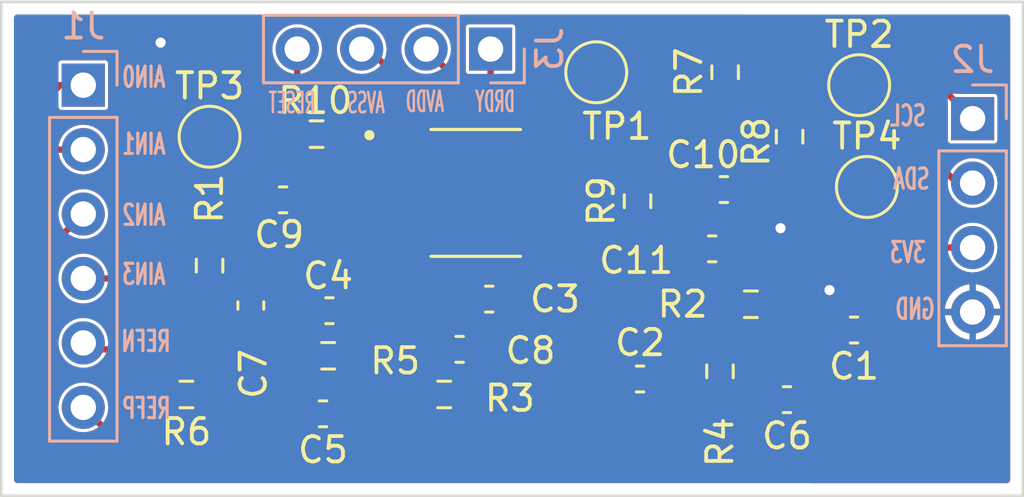
<source format=kicad_pcb>
(kicad_pcb (version 20221018) (generator pcbnew)
  (layers (0 "F.Cu" signal) (31 "B.Cu" signal) (34 "B.Paste" user) (35 "F.Paste" user) (36 "B.SilkS" user "B.Silkscreen") (37 "F.SilkS" user "F.Silkscreen") (38 "B.Mask" user) (39 "F.Mask" user) (44 "Edge.Cuts" user))
  (net 0 "")
  (net 1 "+3V3")
  (net 2 "GND")
  (net 3 "Net-(U1-AIN0)")
  (net 4 "Net-(U1-AIN1)")
  (net 5 "Net-(U1-AIN2)")
  (net 6 "Net-(U1-REFP)")
  (net 7 "Net-(U1-REFN)")
  (net 8 "Net-(U1-AIN3)")
  (net 9 "Reset")
  (net 10 "Net-(J3-Pin_1)")
  (net 11 "Net-(J1-Pin_1)")
  (net 12 "Net-(J1-Pin_2)")
  (net 13 "Net-(J1-Pin_6)")
  (net 14 "Net-(J1-Pin_5)")
  (net 15 "Net-(J1-Pin_4)")
  (net 16 "Net-(J1-Pin_3)")
  (net 17 "Net-(J2-Pin_2)")
  (net 18 "Net-(J2-Pin_1)")
  (net 19 "Net-(J3-Pin_4)")
  (net 20 "Net-(J3-Pin_3)")
  (net 21 "Net-(J3-Pin_2)")
  (footprint "Resistor_SMD:R_0603_1608Metric_Pad0.98x0.95mm_HandSolder" (layer "F.Cu") (at 203.2 96.52 90)
    (fp_text reference "R7" (at 0 -1.43 90) (layer "F.SilkS"))
    (fp_text value "R" hide)
    (fp_line (start -0.254724 -0.5225) (end 0.254724 -0.5225) (stroke (width 0.12)) (layer "F.SilkS"))
    (fp_line (start -0.254724 0.5225) (end 0.254724 0.5225) (stroke (width 0.12)) (layer "F.SilkS"))
    (pad "1" smd roundrect (at -0.9125 0 90) (size 0.975 0.95) (layers "F.Cu" "F.Paste" "F.Mask") (net 1 "+3V3"))
    (pad "2" smd roundrect (at 0.9125 0 90) (size 0.975 0.95) (layers "F.Cu" "F.Paste" "F.Mask") (net 18 "Net-(J2-Pin_1)"))
  )
  (footprint "TestPoint:TestPoint_Pad_D2.0mm" (layer "F.Cu") (at 182.88 99.06)
    (fp_text reference "TP3" (at 0 -1.998) (layer "F.SilkS"))
    (fp_text value "TestPoint" hide)
    (fp_circle (center 0 0) (end 0 1.2) (stroke (width 0.12)) (fill none) (layer "F.SilkS"))
    (pad "1" smd circle (at 0 0) (size 2 2) (layers "F.Cu" "F.Mask") (net 2 "GND"))
  )
  (footprint "Resistor_SMD:R_0603_1608Metric_Pad0.98x0.95mm_HandSolder" (layer "F.Cu") (at 202.9968 108.3056 90)
    (fp_text reference "R4" (at -2.794 0 90) (layer "F.SilkS"))
    (fp_text value "R" hide)
    (fp_line (start -0.254724 -0.5225) (end 0.254724 -0.5225) (stroke (width 0.12)) (layer "F.SilkS"))
    (fp_line (start -0.254724 0.5225) (end 0.254724 0.5225) (stroke (width 0.12)) (layer "F.SilkS"))
    (pad "1" smd roundrect (at -0.9125 0 90) (size 0.975 0.95) (layers "F.Cu" "F.Paste" "F.Mask") (net 12 "Net-(J1-Pin_2)"))
    (pad "2" smd roundrect (at 0.9125 0 90) (size 0.975 0.95) (layers "F.Cu" "F.Paste" "F.Mask") (net 4 "Net-(U1-AIN1)"))
  )
  (footprint "TestPoint:TestPoint_Pad_D2.0mm" (layer "F.Cu") (at 208.788 101.0412)
    (fp_text reference "TP4" (at 0 -1.998) (layer "F.SilkS"))
    (fp_text value "TestPoint" hide)
    (fp_circle (center 0 0) (end 0 1.2) (stroke (width 0.12)) (fill none) (layer "F.SilkS"))
    (pad "1" smd circle (at 0 0) (size 2 2) (layers "F.Cu" "F.Mask") (net 1 "+3V3"))
  )
  (footprint "Capacitor_SMD:C_0603_1608Metric_Pad1.08x0.95mm_HandSolder" (layer "F.Cu") (at 192.7363 107.442)
    (fp_text reference "C8" (at 2.7929 0.0508) (layer "F.SilkS"))
    (fp_text value "0.1uF" hide)
    (fp_line (start -0.146267 -0.51) (end 0.146267 -0.51) (stroke (width 0.12)) (layer "F.SilkS"))
    (fp_line (start -0.146267 0.51) (end 0.146267 0.51) (stroke (width 0.12)) (layer "F.SilkS"))
    (pad "1" smd roundrect (at -0.8625 0) (size 1.075 0.95) (layers "F.Cu" "F.Paste" "F.Mask") (net 7 "Net-(U1-REFN)"))
    (pad "2" smd roundrect (at 0.8625 0) (size 1.075 0.95) (layers "F.Cu" "F.Paste" "F.Mask") (net 6 "Net-(U1-REFP)"))
  )
  (footprint "Capacitor_SMD:C_0603_1608Metric_Pad1.08x0.95mm_HandSolder" (layer "F.Cu") (at 185.7767 101.5492)
    (fp_text reference "C9" (at -0.1535 1.3716) (layer "F.SilkS"))
    (fp_text value "0.1uF" hide)
    (fp_line (start -0.146267 -0.51) (end 0.146267 -0.51) (stroke (width 0.12)) (layer "F.SilkS"))
    (fp_line (start -0.146267 0.51) (end 0.146267 0.51) (stroke (width 0.12)) (layer "F.SilkS"))
    (pad "1" smd roundrect (at -0.8625 0) (size 1.075 0.95) (layers "F.Cu" "F.Paste" "F.Mask") (net 2 "GND"))
    (pad "2" smd roundrect (at 0.8625 0) (size 1.075 0.95) (layers "F.Cu" "F.Paste" "F.Mask") (net 8 "Net-(U1-AIN3)"))
  )
  (footprint "Resistor_SMD:R_0603_1608Metric_Pad0.98x0.95mm_HandSolder" (layer "F.Cu") (at 187.0964 98.9584 180)
    (fp_text reference "R10" (at 0.0508 1.3208) (layer "F.SilkS"))
    (fp_text value "R" hide)
    (fp_line (start -0.254724 -0.5225) (end 0.254724 -0.5225) (stroke (width 0.12)) (layer "F.SilkS"))
    (fp_line (start -0.254724 0.5225) (end 0.254724 0.5225) (stroke (width 0.12)) (layer "F.SilkS"))
    (pad "1" smd roundrect (at -0.9125 0 180) (size 0.975 0.95) (layers "F.Cu" "F.Paste" "F.Mask") (net 9 "Reset"))
    (pad "2" smd roundrect (at 0.9125 0 180) (size 0.975 0.95) (layers "F.Cu" "F.Paste" "F.Mask") (net 19 "Net-(J3-Pin_4)"))
  )
  (footprint "Capacitor_SMD:C_0603_1608Metric_Pad1.08x0.95mm_HandSolder" (layer "F.Cu") (at 208.28 106.68 180)
    (fp_text reference "C1" (at 0 -1.43 180) (layer "F.SilkS"))
    (fp_text value "0.1uF" hide)
    (fp_line (start -0.146267 -0.51) (end 0.146267 -0.51) (stroke (width 0.12)) (layer "F.SilkS"))
    (fp_line (start -0.146267 0.51) (end 0.146267 0.51) (stroke (width 0.12)) (layer "F.SilkS"))
    (pad "1" smd roundrect (at -0.8625 0 180) (size 1.075 0.95) (layers "F.Cu" "F.Paste" "F.Mask") (net 2 "GND"))
    (pad "2" smd roundrect (at 0.8625 0 180) (size 1.075 0.95) (layers "F.Cu" "F.Paste" "F.Mask") (net 3 "Net-(U1-AIN0)"))
  )
  (footprint "Resistor_SMD:R_0603_1608Metric_Pad0.98x0.95mm_HandSolder" (layer "F.Cu") (at 204.216 105.664 180)
    (fp_text reference "R2" (at 2.6924 0) (layer "F.SilkS"))
    (fp_text value "R" hide)
    (fp_line (start -0.254724 -0.5225) (end 0.254724 -0.5225) (stroke (width 0.12)) (layer "F.SilkS"))
    (fp_line (start -0.254724 0.5225) (end 0.254724 0.5225) (stroke (width 0.12)) (layer "F.SilkS"))
    (pad "1" smd roundrect (at -0.9125 0 180) (size 0.975 0.95) (layers "F.Cu" "F.Paste" "F.Mask") (net 11 "Net-(J1-Pin_1)"))
    (pad "2" smd roundrect (at 0.9125 0 180) (size 0.975 0.95) (layers "F.Cu" "F.Paste" "F.Mask") (net 3 "Net-(U1-AIN0)"))
  )
  (footprint "ADS122C04IPW:SOP65P640X120-16N" (layer "F.Cu") (at 193.37 101.275)
    (fp_text reference "U1" hide)
    (fp_text value "ADS122C04IPW" hide)
    (fp_line (start -1.765 -2.5) (end 1.765 -2.5) (stroke (width 0.127)) (layer "F.SilkS"))
    (fp_line (start 1.765 2.5) (end -1.765 2.5) (stroke (width 0.127)) (layer "F.SilkS"))
    (fp_circle (center -4.19 -2.275) (end -4.09 -2.275) (stroke (width 0.2)) (fill none) (layer "F.SilkS"))
    (pad "1" smd roundrect (at -2.87 -2.275) (size 1.57 0.41) (layers "F.Cu" "F.Paste" "F.Mask") (roundrect_rratio 0.05) (net 2 "GND"))
    (pad "2" smd roundrect (at -2.87 -1.625) (size 1.57 0.41) (layers "F.Cu" "F.Paste" "F.Mask") (roundrect_rratio 0.05) (net 2 "GND"))
    (pad "3" smd roundrect (at -2.87 -0.975) (size 1.57 0.41) (layers "F.Cu" "F.Paste" "F.Mask") (roundrect_rratio 0.05) (net 9 "Reset"))
    (pad "4" smd roundrect (at -2.87 -0.325) (size 1.57 0.41) (layers "F.Cu" "F.Paste" "F.Mask") (roundrect_rratio 0.05) (net 2 "GND"))
    (pad "5" smd roundrect (at -2.87 0.325) (size 1.57 0.41) (layers "F.Cu" "F.Paste" "F.Mask") (roundrect_rratio 0.05) (net 20 "Net-(J3-Pin_3)"))
    (pad "6" smd roundrect (at -2.87 0.975) (size 1.57 0.41) (layers "F.Cu" "F.Paste" "F.Mask") (roundrect_rratio 0.05) (net 8 "Net-(U1-AIN3)"))
    (pad "7" smd roundrect (at -2.87 1.625) (size 1.57 0.41) (layers "F.Cu" "F.Paste" "F.Mask") (roundrect_rratio 0.05) (net 5 "Net-(U1-AIN2)"))
    (pad "8" smd roundrect (at -2.87 2.275) (size 1.57 0.41) (layers "F.Cu" "F.Paste" "F.Mask") (roundrect_rratio 0.05) (net 7 "Net-(U1-REFN)"))
    (pad "9" smd roundrect (at 2.87 2.275) (size 1.57 0.41) (layers "F.Cu" "F.Paste" "F.Mask") (roundrect_rratio 0.05) (net 6 "Net-(U1-REFP)"))
    (pad "10" smd roundrect (at 2.87 1.625) (size 1.57 0.41) (layers "F.Cu" "F.Paste" "F.Mask") (roundrect_rratio 0.05) (net 4 "Net-(U1-AIN1)"))
    (pad "11" smd roundrect (at 2.87 0.975) (size 1.57 0.41) (layers "F.Cu" "F.Paste" "F.Mask") (roundrect_rratio 0.05) (net 3 "Net-(U1-AIN0)"))
    (pad "12" smd roundrect (at 2.87 0.325) (size 1.57 0.41) (layers "F.Cu" "F.Paste" "F.Mask") (roundrect_rratio 0.05) (net 21 "Net-(J3-Pin_2)"))
    (pad "13" smd roundrect (at 2.87 -0.325) (size 1.57 0.41) (layers "F.Cu" "F.Paste" "F.Mask") (roundrect_rratio 0.05) (net 1 "+3V3"))
    (pad "14" smd roundrect (at 2.87 -0.975) (size 1.57 0.41) (layers "F.Cu" "F.Paste" "F.Mask") (roundrect_rratio 0.05) (net 10 "Net-(J3-Pin_1)"))
    (pad "15" smd roundrect (at 2.87 -1.625) (size 1.57 0.41) (layers "F.Cu" "F.Paste" "F.Mask") (roundrect_rratio 0.05) (net 17 "Net-(J2-Pin_2)"))
    (pad "16" smd roundrect (at 2.87 -2.275) (size 1.57 0.41) (layers "F.Cu" "F.Paste" "F.Mask") (roundrect_rratio 0.05) (net 18 "Net-(J2-Pin_1)"))
  )
  (footprint "Capacitor_SMD:C_0603_1608Metric_Pad1.08x0.95mm_HandSolder" (layer "F.Cu") (at 199.8472 108.6104)
    (fp_text reference "C2" (at 0 -1.43) (layer "F.SilkS"))
    (fp_text value "0.1uF" hide)
    (fp_line (start -0.146267 -0.51) (end 0.146267 -0.51) (stroke (width 0.12)) (layer "F.SilkS"))
    (fp_line (start -0.146267 0.51) (end 0.146267 0.51) (stroke (width 0.12)) (layer "F.SilkS"))
    (pad "1" smd roundrect (at -0.8625 0) (size 1.075 0.95) (layers "F.Cu" "F.Paste" "F.Mask") (net 2 "GND"))
    (pad "2" smd roundrect (at 0.8625 0) (size 1.075 0.95) (layers "F.Cu" "F.Paste" "F.Mask") (net 4 "Net-(U1-AIN1)"))
  )
  (footprint "Resistor_SMD:R_0603_1608Metric_Pad0.98x0.95mm_HandSolder" (layer "F.Cu") (at 192.1275 109.22)
    (fp_text reference "R3" (at 2.5889 0.1524) (layer "F.SilkS"))
    (fp_text value "R" hide)
    (fp_line (start -0.254724 -0.5225) (end 0.254724 -0.5225) (stroke (width 0.12)) (layer "F.SilkS"))
    (fp_line (start -0.254724 0.5225) (end 0.254724 0.5225) (stroke (width 0.12)) (layer "F.SilkS"))
    (pad "1" smd roundrect (at -0.9125 0) (size 0.975 0.95) (layers "F.Cu" "F.Paste" "F.Mask") (net 13 "Net-(J1-Pin_6)"))
    (pad "2" smd roundrect (at 0.9125 0) (size 0.975 0.95) (layers "F.Cu" "F.Paste" "F.Mask") (net 6 "Net-(U1-REFP)"))
  )
  (footprint "Capacitor_SMD:C_0603_1608Metric_Pad1.08x0.95mm_HandSolder" (layer "F.Cu") (at 184.5056 105.7137 90)
    (fp_text reference "C7" (at -2.6935 0.1016 90) (layer "F.SilkS"))
    (fp_text value "0.1uF" hide)
    (fp_line (start -0.146267 -0.51) (end 0.146267 -0.51) (stroke (width 0.12)) (layer "F.SilkS"))
    (fp_line (start -0.146267 0.51) (end 0.146267 0.51) (stroke (width 0.12)) (layer "F.SilkS"))
    (pad "1" smd roundrect (at -0.8625 0 90) (size 1.075 0.95) (layers "F.Cu" "F.Paste" "F.Mask") (net 5 "Net-(U1-AIN2)"))
    (pad "2" smd roundrect (at 0.8625 0 90) (size 1.075 0.95) (layers "F.Cu" "F.Paste" "F.Mask") (net 8 "Net-(U1-AIN3)"))
  )
  (footprint "Capacitor_SMD:C_0603_1608Metric_Pad1.08x0.95mm_HandSolder" (layer "F.Cu") (at 187.6044 105.918 180)
    (fp_text reference "C4" (at 0.0508 1.3716) (layer "F.SilkS"))
    (fp_text value "0.1uF" hide)
    (fp_line (start -0.146267 -0.51) (end 0.146267 -0.51) (stroke (width 0.12)) (layer "F.SilkS"))
    (fp_line (start -0.146267 0.51) (end 0.146267 0.51) (stroke (width 0.12)) (layer "F.SilkS"))
    (pad "1" smd roundrect (at -0.8625 0 180) (size 1.075 0.95) (layers "F.Cu" "F.Paste" "F.Mask") (net 5 "Net-(U1-AIN2)"))
    (pad "2" smd roundrect (at 0.8625 0 180) (size 1.075 0.95) (layers "F.Cu" "F.Paste" "F.Mask") (net 2 "GND"))
  )
  (footprint "TestPoint:TestPoint_Pad_D2.0mm" (layer "F.Cu") (at 198.12 96.52)
    (fp_text reference "TP1" (at 0.8128 2.1336) (layer "F.SilkS"))
    (fp_text value "TestPoint" hide)
    (fp_circle (center 0 0) (end 0 1.2) (stroke (width 0.12)) (fill none) (layer "F.SilkS"))
    (pad "1" smd circle (at 0 0) (size 2 2) (layers "F.Cu" "F.Mask") (net 18 "Net-(J2-Pin_1)"))
  )
  (footprint "Resistor_SMD:R_0603_1608Metric_Pad0.98x0.95mm_HandSolder" (layer "F.Cu") (at 205.74 99.06 -90)
    (fp_text reference "R8" (at 0.2032 1.3208 90) (layer "F.SilkS"))
    (fp_text value "R" hide)
    (fp_line (start -0.254724 -0.5225) (end 0.254724 -0.5225) (stroke (width 0.12)) (layer "F.SilkS"))
    (fp_line (start -0.254724 0.5225) (end 0.254724 0.5225) (stroke (width 0.12)) (layer "F.SilkS"))
    (pad "1" smd roundrect (at -0.9125 0 270) (size 0.975 0.95) (layers "F.Cu" "F.Paste" "F.Mask") (net 17 "Net-(J2-Pin_2)"))
    (pad "2" smd roundrect (at 0.9125 0 270) (size 0.975 0.95) (layers "F.Cu" "F.Paste" "F.Mask") (net 1 "+3V3"))
  )
  (footprint "Resistor_SMD:R_0603_1608Metric_Pad0.98x0.95mm_HandSolder" (layer "F.Cu") (at 187.5536 107.696)
    (fp_text reference "R5" (at 2.6416 0.2032) (layer "F.SilkS"))
    (fp_text value "R" hide)
    (fp_line (start -0.254724 -0.5225) (end 0.254724 -0.5225) (stroke (width 0.12)) (layer "F.SilkS"))
    (fp_line (start -0.254724 0.5225) (end 0.254724 0.5225) (stroke (width 0.12)) (layer "F.SilkS"))
    (pad "1" smd roundrect (at -0.9125 0) (size 0.975 0.95) (layers "F.Cu" "F.Paste" "F.Mask") (net 14 "Net-(J1-Pin_5)"))
    (pad "2" smd roundrect (at 0.9125 0) (size 0.975 0.95) (layers "F.Cu" "F.Paste" "F.Mask") (net 7 "Net-(U1-REFN)"))
  )
  (footprint "Resistor_SMD:R_0603_1608Metric_Pad0.98x0.95mm_HandSolder" (layer "F.Cu") (at 181.9675 109.22)
    (fp_text reference "R6" (at -0.0019 1.4732) (layer "F.SilkS"))
    (fp_text value "R" hide)
    (fp_line (start -0.254724 -0.5225) (end 0.254724 -0.5225) (stroke (width 0.12)) (layer "F.SilkS"))
    (fp_line (start -0.254724 0.5225) (end 0.254724 0.5225) (stroke (width 0.12)) (layer "F.SilkS"))
    (pad "1" smd roundrect (at -0.9125 0) (size 0.975 0.95) (layers "F.Cu" "F.Paste" "F.Mask") (net 16 "Net-(J1-Pin_3)"))
    (pad "2" smd roundrect (at 0.9125 0) (size 0.975 0.95) (layers "F.Cu" "F.Paste" "F.Mask") (net 5 "Net-(U1-AIN2)"))
  )
  (footprint "Capacitor_SMD:C_0603_1608Metric_Pad1.08x0.95mm_HandSolder" (layer "F.Cu") (at 203.1492 101.1428)
    (fp_text reference "C10" (at -0.8128 -1.3716) (layer "F.SilkS"))
    (fp_text value "0.1uF" hide)
    (fp_line (start -0.146267 -0.51) (end 0.146267 -0.51) (stroke (width 0.12)) (layer "F.SilkS"))
    (fp_line (start -0.146267 0.51) (end 0.146267 0.51) (stroke (width 0.12)) (layer "F.SilkS"))
    (pad "1" smd roundrect (at -0.8625 0) (size 1.075 0.95) (layers "F.Cu" "F.Paste" "F.Mask") (net 1 "+3V3"))
    (pad "2" smd roundrect (at 0.8625 0) (size 1.075 0.95) (layers "F.Cu" "F.Paste" "F.Mask") (net 2 "GND"))
  )
  (footprint "Resistor_SMD:R_0603_1608Metric_Pad0.98x0.95mm_HandSolder" (layer "F.Cu") (at 199.7475 101.6 90)
    (fp_text reference "R9" (at 0 -1.43 90) (layer "F.SilkS"))
    (fp_text value "R" hide)
    (fp_line (start -0.254724 -0.5225) (end 0.254724 -0.5225) (stroke (width 0.12)) (layer "F.SilkS"))
    (fp_line (start -0.254724 0.5225) (end 0.254724 0.5225) (stroke (width 0.12)) (layer "F.SilkS"))
    (pad "1" smd roundrect (at -0.9125 0 90) (size 0.975 0.95) (layers "F.Cu" "F.Paste" "F.Mask") (net 1 "+3V3"))
    (pad "2" smd roundrect (at 0.9125 0 90) (size 0.975 0.95) (layers "F.Cu" "F.Paste" "F.Mask") (net 10 "Net-(J3-Pin_1)"))
  )
  (footprint "Capacitor_SMD:C_0603_1608Metric_Pad1.08x0.95mm_HandSolder" (layer "F.Cu") (at 193.9036 105.4608)
    (fp_text reference "C3" (at 2.5908 0) (layer "F.SilkS"))
    (fp_text value "0.1uF" hide)
    (fp_line (start -0.146267 -0.51) (end 0.146267 -0.51) (stroke (width 0.12)) (layer "F.SilkS"))
    (fp_line (start -0.146267 0.51) (end 0.146267 0.51) (stroke (width 0.12)) (layer "F.SilkS"))
    (pad "1" smd roundrect (at -0.8625 0) (size 1.075 0.95) (layers "F.Cu" "F.Paste" "F.Mask") (net 6 "Net-(U1-REFP)"))
    (pad "2" smd roundrect (at 0.8625 0) (size 1.075 0.95) (layers "F.Cu" "F.Paste" "F.Mask") (net 2 "GND"))
  )
  (footprint "Resistor_SMD:R_0603_1608Metric_Pad0.98x0.95mm_HandSolder" (layer "F.Cu") (at 182.88 104.14 90)
    (fp_text reference "R1" (at 2.6416 0 90) (layer "F.SilkS"))
    (fp_text value "R" hide)
    (fp_line (start -0.254724 -0.5225) (end 0.254724 -0.5225) (stroke (width 0.12)) (layer "F.SilkS"))
    (fp_line (start -0.254724 0.5225) (end 0.254724 0.5225) (stroke (width 0.12)) (layer "F.SilkS"))
    (pad "1" smd roundrect (at -0.9125 0 90) (size 0.975 0.95) (layers "F.Cu" "F.Paste" "F.Mask") (net 15 "Net-(J1-Pin_4)"))
    (pad "2" smd roundrect (at 0.9125 0 90) (size 0.975 0.95) (layers "F.Cu" "F.Paste" "F.Mask") (net 8 "Net-(U1-AIN3)"))
  )
  (footprint "TestPoint:TestPoint_Pad_D2.0mm" (layer "F.Cu") (at 208.4832 97.028)
    (fp_text reference "TP2" (at 0 -1.998) (layer "F.SilkS"))
    (fp_text value "TestPoint" hide)
    (fp_circle (center 0 0) (end 0 1.2) (stroke (width 0.12)) (fill none) (layer "F.SilkS"))
    (pad "1" smd circle (at 0 0) (size 2 2) (layers "F.Cu" "F.Mask") (net 17 "Net-(J2-Pin_2)"))
  )
  (footprint "Capacitor_SMD:C_0603_1608Metric_Pad1.08x0.95mm_HandSolder" (layer "F.Cu") (at 187.3504 109.982)
    (fp_text reference "C5" (at 0 1.4224) (layer "F.SilkS"))
    (fp_text value "0.1uF" hide)
    (fp_line (start -0.146267 -0.51) (end 0.146267 -0.51) (stroke (width 0.12)) (layer "F.SilkS"))
    (fp_line (start -0.146267 0.51) (end 0.146267 0.51) (stroke (width 0.12)) (layer "F.SilkS"))
    (pad "1" smd roundrect (at -0.8625 0) (size 1.075 0.95) (layers "F.Cu" "F.Paste" "F.Mask") (net 7 "Net-(U1-REFN)"))
    (pad "2" smd roundrect (at 0.8625 0) (size 1.075 0.95) (layers "F.Cu" "F.Paste" "F.Mask") (net 2 "GND"))
  )
  (footprint "Capacitor_SMD:C_0603_1608Metric_Pad1.08x0.95mm_HandSolder" (layer "F.Cu") (at 205.6384 109.4232 180)
    (fp_text reference "C6" (at 0 -1.43) (layer "F.SilkS"))
    (fp_text value "0.1uF" hide)
    (fp_line (start -0.146267 -0.51) (end 0.146267 -0.51) (stroke (width 0.12)) (layer "F.SilkS"))
    (fp_line (start -0.146267 0.51) (end 0.146267 0.51) (stroke (width 0.12)) (layer "F.SilkS"))
    (pad "1" smd roundrect (at -0.8625 0 180) (size 1.075 0.95) (layers "F.Cu" "F.Paste" "F.Mask") (net 3 "Net-(U1-AIN0)"))
    (pad "2" smd roundrect (at 0.8625 0 180) (size 1.075 0.95) (layers "F.Cu" "F.Paste" "F.Mask") (net 4 "Net-(U1-AIN1)"))
  )
  (footprint "Capacitor_SMD:C_0603_1608Metric_Pad1.08x0.95mm_HandSolder" (layer "F.Cu") (at 202.6909 103.4796 180)
    (fp_text reference "C11" (at 2.9961 -0.4572) (layer "F.SilkS"))
    (fp_text value "0.1uF" hide)
    (fp_line (start -0.146267 -0.51) (end 0.146267 -0.51) (stroke (width 0.12)) (layer "F.SilkS"))
    (fp_line (start -0.146267 0.51) (end 0.146267 0.51) (stroke (width 0.12)) (layer "F.SilkS"))
    (pad "1" smd roundrect (at -0.8625 0 180) (size 1.075 0.95) (layers "F.Cu" "F.Paste" "F.Mask") (net 2 "GND"))
    (pad "2" smd roundrect (at 0.8625 0 180) (size 1.075 0.95) (layers "F.Cu" "F.Paste" "F.Mask") (net 21 "Net-(J3-Pin_2)"))
  )
  (footprint "Connector_PinHeader_2.54mm:PinHeader_1x06_P2.54mm_Vertical" (layer "B.Cu") (at 177.9016 97.028 180)
    (fp_text reference "J1" (at 0 2.33) (layer "B.SilkS") (effects (justify mirror)))
    (fp_text value "Conn_01x06_Pin" hide)
    (fp_line (start -1.33 -14.03) (end 1.33 -14.03) (stroke (width 0.12)) (layer "B.SilkS"))
    (fp_line (start -1.33 -1.27) (end -1.33 -14.03) (stroke (width 0.12)) (layer "B.SilkS"))
    (fp_line (start -1.33 -1.27) (end 1.33 -1.27) (stroke (width 0.12)) (layer "B.SilkS"))
    (fp_line (start -1.33 0) (end -1.33 1.33) (stroke (width 0.12)) (layer "B.SilkS"))
    (fp_line (start -1.33 1.33) (end 0 1.33) (stroke (width 0.12)) (layer "B.SilkS"))
    (fp_line (start 1.33 -1.27) (end 1.33 -14.03) (stroke (width 0.12)) (layer "B.SilkS"))
    (pad "1" thru_hole rect (at 0 0 180) (size 1.7 1.7) (drill 1) (layers "*.Cu" "*.Mask") (net 11 "Net-(J1-Pin_1)"))
    (pad "2" thru_hole oval (at 0 -2.54 180) (size 1.7 1.7) (drill 1) (layers "*.Cu" "*.Mask") (net 12 "Net-(J1-Pin_2)"))
    (pad "3" thru_hole oval (at 0 -5.08 180) (size 1.7 1.7) (drill 1) (layers "*.Cu" "*.Mask") (net 16 "Net-(J1-Pin_3)"))
    (pad "4" thru_hole oval (at 0 -7.62 180) (size 1.7 1.7) (drill 1) (layers "*.Cu" "*.Mask") (net 15 "Net-(J1-Pin_4)"))
    (pad "5" thru_hole oval (at 0 -10.16 180) (size 1.7 1.7) (drill 1) (layers "*.Cu" "*.Mask") (net 14 "Net-(J1-Pin_5)"))
    (pad "6" thru_hole oval (at 0 -12.7 180) (size 1.7 1.7) (drill 1) (layers "*.Cu" "*.Mask") (net 13 "Net-(J1-Pin_6)"))
  )
  (footprint "Connector_PinHeader_2.54mm:PinHeader_1x04_P2.54mm_Vertical" (layer "B.Cu") (at 212.9536 98.3488 180)
    (fp_text reference "J2" (at 0 2.33) (layer "B.SilkS") (effects (justify mirror)))
    (fp_text value "Conn_01x04_Socket" hide)
    (fp_line (start -1.33 -8.95) (end 1.33 -8.95) (stroke (width 0.12)) (layer "B.SilkS"))
    (fp_line (start -1.33 -1.27) (end -1.33 -8.95) (stroke (width 0.12)) (layer "B.SilkS"))
    (fp_line (start -1.33 -1.27) (end 1.33 -1.27) (stroke (width 0.12)) (layer "B.SilkS"))
    (fp_line (start -1.33 0) (end -1.33 1.33) (stroke (width 0.12)) (layer "B.SilkS"))
    (fp_line (start -1.33 1.33) (end 0 1.33) (stroke (width 0.12)) (layer "B.SilkS"))
    (fp_line (start 1.33 -1.27) (end 1.33 -8.95) (stroke (width 0.12)) (layer "B.SilkS"))
    (pad "1" thru_hole rect (at 0 0 180) (size 1.7 1.7) (drill 1) (layers "*.Cu" "*.Mask") (net 18 "Net-(J2-Pin_1)"))
    (pad "2" thru_hole oval (at 0 -2.54 180) (size 1.7 1.7) (drill 1) (layers "*.Cu" "*.Mask") (net 17 "Net-(J2-Pin_2)"))
    (pad "3" thru_hole oval (at 0 -5.08 180) (size 1.7 1.7) (drill 1) (layers "*.Cu" "*.Mask") (net 1 "+3V3"))
    (pad "4" thru_hole oval (at 0 -7.62 180) (size 1.7 1.7) (drill 1) (layers "*.Cu" "*.Mask") (net 2 "GND"))
  )
  (footprint "Connector_PinHeader_2.54mm:PinHeader_1x04_P2.54mm_Vertical" (layer "B.Cu") (at 193.9544 95.6056 90)
    (fp_text reference "J3" (at 0 2.33 270) (layer "B.SilkS") (effects (justify mirror)))
    (fp_text value "Conn_01x04_Socket" hide)
    (fp_line (start -1.33 -8.95) (end 1.33 -8.95) (stroke (width 0.12)) (layer "B.SilkS"))
    (fp_line (start -1.33 -1.27) (end -1.33 -8.95) (stroke (width 0.12)) (layer "B.SilkS"))
    (fp_line (start -1.33 -1.27) (end 1.33 -1.27) (stroke (width 0.12)) (layer "B.SilkS"))
    (fp_line (start -1.33 0) (end -1.33 1.33) (stroke (width 0.12)) (layer "B.SilkS"))
    (fp_line (start -1.33 1.33) (end 0 1.33) (stroke (width 0.12)) (layer "B.SilkS"))
    (fp_line (start 1.33 -1.27) (end 1.33 -8.95) (stroke (width 0.12)) (layer "B.SilkS"))
    (pad "1" thru_hole rect (at 0 0 90) (size 1.7 1.7) (drill 1) (layers "*.Cu" "*.Mask") (net 10 "Net-(J3-Pin_1)"))
    (pad "2" thru_hole oval (at 0 -2.54 90) (size 1.7 1.7) (drill 1) (layers "*.Cu" "*.Mask") (net 21 "Net-(J3-Pin_2)"))
    (pad "3" thru_hole oval (at 0 -5.08 90) (size 1.7 1.7) (drill 1) (layers "*.Cu" "*.Mask") (net 20 "Net-(J3-Pin_3)"))
    (pad "4" thru_hole oval (at 0 -7.62 90) (size 1.7 1.7) (drill 1) (layers "*.Cu" "*.Mask") (net 19 "Net-(J3-Pin_4)"))
  )
  (gr_rect (start 174.6692 93.7448) (end 214.9348 113.2144) (stroke (width 0.1)) (fill none) (layer "Edge.Cuts"))
  (gr_text "AIN3" (at 181.2036 104.9528) (layer "B.SilkS") (effects (font (size 0.8 0.5) (thickness 0.125) bold) (justify left bottom mirror)))
  (gr_text "REFP" (at 181.4068 110.236) (layer "B.SilkS") (effects (font (size 0.8 0.5) (thickness 0.125) bold) (justify left bottom mirror)))
  (gr_text "AVDD" (at 192.1764 98.1456) (layer "B.SilkS") (effects (font (size 0.8 0.4) (thickness 0.1) bold) (justify left bottom mirror)))
  (gr_text "RESET" (at 187.0964 98.1964) (layer "B.SilkS") (effects (font (size 0.8 0.4) (thickness 0.1) bold) (justify left bottom mirror)))
  (gr_text "DRDY" (at 194.9704 98.1456) (layer "B.SilkS") (effects (font (size 0.8 0.4) (thickness 0.1) bold) (justify left bottom mirror)))
  (gr_text "AIN2" (at 181.2036 102.616) (layer "B.SilkS") (effects (font (size 0.8 0.5) (thickness 0.125) bold) (justify left bottom mirror)))
  (gr_text "AVSS" (at 189.8396 98.1964) (layer "B.SilkS") (effects (font (size 0.8 0.4) (thickness 0.1) bold) (justify left bottom mirror)))
  (gr_text "SCL" (at 211.1756 98.7044) (layer "B.SilkS") (effects (font (size 0.8 0.5) (thickness 0.125) bold) (justify left bottom mirror)))
  (gr_text "AIN0" (at 181.2036 97.1804) (layer "B.SilkS") (effects (font (size 0.8 0.5) (thickness 0.125) bold) (justify left bottom mirror)))
  (gr_text "3V3" (at 211.1756 104.0892) (layer "B.SilkS") (effects (font (size 0.8 0.5) (thickness 0.125) bold) (justify left bottom mirror)))
  (gr_text "AIN1" (at 181.2036 99.822) (layer "B.SilkS") (effects (font (size 0.8 0.5) (thickness 0.125) bold) (justify left bottom mirror)))
  (gr_text "GND" (at 211.5312 106.3244) (layer "B.SilkS") (effects (font (size 0.8 0.5) (thickness 0.125) bold) (justify left bottom mirror)))
  (gr_text "SDA" (at 211.328 101.1936) (layer "B.SilkS") (effects (font (size 0.8 0.5) (thickness 0.125) bold) (justify left bottom mirror)))
  (gr_text "REFN" (at 181.4068 107.5944) (layer "B.SilkS") (effects (font (size 0.8 0.5) (thickness 0.125) bold) (justify left bottom mirror)))
  (segment (start 199.7475 101.5492) (end 200.4568 101.5492) (width 0.25) (layer "F.Cu") (net 1))
  (segment (start 211.020159 103.4288) (end 212.9536 103.4288) (width 0.25) (layer "F.Cu") (net 1))
  (segment (start 210.308959 104.14) (end 210.716459 103.7325) (width 0.25) (layer "F.Cu") (net 1))
  (segment (start 196.24 100.95) (end 198.185 100.95) (width 0.25) (layer "F.Cu") (net 1))
  (segment (start 208.788 101.0412) (end 210.82 103.0732) (width 0.25) (layer "F.Cu") (net 1))
  (segment (start 209.075996 103.69) (end 209.525996 104.14) (width 0.25) (layer "F.Cu") (net 1))
  (segment (start 202.0763 101.3532) (end 202.2867 101.1428) (width 0.25) (layer "F.Cu") (net 1))
  (segment (start 210.716459 103.7325) (end 211.020159 103.4288) (width 0.25) (layer "F.Cu") (net 1))
  (segment (start 200.4568 101.5492) (end 200.6528 101.3532) (width 0.25) (layer "F.Cu") (net 1))
  (segment (start 205.74 99.9725) (end 206.6036 100.8361) (width 0.25) (layer "F.Cu") (net 1))
  (segment (start 210.82 103.0732) (end 210.82 103.7325) (width 0.25) (layer "F.Cu") (net 1))
  (segment (start 200.6528 101.3532) (end 202.0763 101.3532) (width 0.25) (layer "F.Cu") (net 1))
  (segment (start 198.185 100.95) (end 199.7475 102.5125) (width 0.25) (layer "F.Cu") (net 1))
  (segment (start 210.716459 103.7325) (end 210.82 103.7325) (width 0.25) (layer "F.Cu") (net 1))
  (segment (start 206.6036 103.0732) (end 207.2204 103.69) (width 0.25) (layer "F.Cu") (net 1))
  (segment (start 199.7475 102.5125) (end 199.7475 101.5492) (width 0.25) (layer "F.Cu") (net 1))
  (segment (start 203.2 97.4325) (end 205.74 99.9725) (width 0.25) (layer "F.Cu") (net 1))
  (segment (start 200.6528 101.3532) (end 200.6528 99.9725) (width 0.25) (layer "F.Cu") (net 1))
  (segment (start 209.525996 104.14) (end 210.308959 104.14) (width 0.25) (layer "F.Cu") (net 1))
  (segment (start 206.6036 100.8361) (end 206.6036 103.0732) (width 0.25) (layer "F.Cu") (net 1))
  (segment (start 207.2204 103.69) (end 209.075996 103.69) (width 0.25) (layer "F.Cu") (net 1))
  (segment (start 200.6528 99.9725) (end 205.74 99.9725) (width 0.25) (layer "F.Cu") (net 1))
  (via (at 207.3148 105.1052) (size 0.8) (drill 0.4) (layers "F.Cu" "B.Cu") (net 2))
  (via (at 205.3844 102.6668) (size 0.8) (drill 0.4) (layers "F.Cu" "B.Cu") (net 2))
  (via (at 180.9496 95.3516) (size 0.8) (drill 0.4) (layers "F.Cu" "B.Cu") (net 2))
  (segment (start 198.2925 103.905) (end 199.032437 103.905) (width 0.25) (layer "F.Cu") (net 3))
  (segment (start 207.4175 108.5066) (end 206.5009 109.4232) (width 0.25) (layer "F.Cu") (net 3))
  (segment (start 203.3035 105.664) (end 203.6064 105.664) (width 0.25) (layer "F.Cu") (net 3))
  (segment (start 198.12 103.328785) (end 198.12 103.7325) (width 0.25) (layer "F.Cu") (net 3))
  (segment (start 203.6064 105.664) (end 204.6224 106.68) (width 0.25) (layer "F.Cu") (net 3))
  (segment (start 203.2038 104.8512) (end 203.2038 105.5643) (width 0.25) (layer "F.Cu") (net 3))
  (segment (start 204.6224 106.68) (end 207.4175 106.68) (width 0.25) (layer "F.Cu") (net 3))
  (segment (start 196.24 102.25) (end 197.041215 102.25) (width 0.25) (layer "F.Cu") (net 3))
  (segment (start 197.041215 102.25) (end 198.12 103.328785) (width 0.25) (layer "F.Cu") (net 3))
  (segment (start 203.2038 105.5643) (end 203.3035 105.664) (width 0.25) (layer "F.Cu") (net 3))
  (segment (start 199.978637 104.8512) (end 203.2038 104.8512) (width 0.25) (layer "F.Cu") (net 3))
  (segment (start 207.4175 106.68) (end 207.4175 108.5066) (width 0.25) (layer "F.Cu") (net 3))
  (segment (start 199.032437 103.905) (end 199.978637 104.8512) (width 0.25) (layer "F.Cu") (net 3))
  (segment (start 198.12 103.7325) (end 198.2925 103.905) (width 0.25) (layer "F.Cu") (net 3))
  (segment (start 200.8068 105.2012) (end 201.5236 105.918) (width 0.25) (layer "F.Cu") (net 4))
  (segment (start 196.24 102.9) (end 197.054819 102.9) (width 0.25) (layer "F.Cu") (net 4))
  (segment (start 204.5716 109.2189) (end 204.7759 109.4232) (width 0.25) (layer "F.Cu") (net 4))
  (segment (start 197.5104 103.355581) (end 197.5104 104.184004) (width 0.25) (layer "F.Cu") (net 4))
  (segment (start 199.833663 105.2012) (end 200.8068 105.2012) (width 0.25) (layer "F.Cu") (net 4))
  (segment (start 203.8115 107.3931) (end 204.5716 108.1532) (width 0.25) (layer "F.Cu") (net 4))
  (segment (start 200.99075 106.75675) (end 201.6271 107.3931) (width 0.25) (layer "F.Cu") (net 4))
  (segment (start 200.7097 108.6104) (end 200.7097 107.0378) (width 0.25) (layer "F.Cu") (net 4))
  (segment (start 201.5236 106.2239) (end 200.99075 106.75675) (width 0.25) (layer "F.Cu") (net 4))
  (segment (start 199.179963 104.5475) (end 199.833663 105.2012) (width 0.25) (layer "F.Cu") (net 4))
  (segment (start 197.873896 104.5475) (end 199.179963 104.5475) (width 0.25) (layer "F.Cu") (net 4))
  (segment (start 200.7097 107.0378) (end 200.99075 106.75675) (width 0.25) (layer "F.Cu") (net 4))
  (segment (start 201.6271 107.3931) (end 202.9968 107.3931) (width 0.25) (layer "F.Cu") (net 4))
  (segment (start 197.054819 102.9) (end 197.5104 103.355581) (width 0.25) (layer "F.Cu") (net 4))
  (segment (start 197.5104 104.184004) (end 197.873896 104.5475) (width 0.25) (layer "F.Cu") (net 4))
  (segment (start 204.5716 108.1532) (end 204.5716 109.2189) (width 0.25) (layer "F.Cu") (net 4))
  (segment (start 201.5236 105.918) (end 201.5236 106.2239) (width 0.25) (layer "F.Cu") (net 4))
  (segment (start 202.9968 107.3931) (end 203.8115 107.3931) (width 0.25) (layer "F.Cu") (net 4))
  (segment (start 189.39 103.222389) (end 189.39 104.5388) (width 0.25) (layer "F.Cu") (net 5))
  (segment (start 185.1682 106.5762) (end 184.5056 106.5762) (width 0.25) (layer "F.Cu") (net 5))
  (segment (start 185.42 104.5475) (end 185.42 106.3244) (width 0.25) (layer "F.Cu") (net 5))
  (segment (start 189.2808 104.648) (end 185.5205 104.648) (width 0.25) (layer "F.Cu") (net 5))
  (segment (start 182.88 107.0875) (end 182.88 109.22) (width 0.25) (layer "F.Cu") (net 5))
  (segment (start 189.2808 104.648) (end 189.2808 105.1041) (width 0.25) (layer "F.Cu") (net 5))
  (segment (start 189.712389 102.9) (end 189.39 103.222389) (width 0.25) (layer "F.Cu") (net 5))
  (segment (start 183.5901 107.0875) (end 184.1014 106.5762) (width 0.25) (layer "F.Cu") (net 5))
  (segment (start 184.1014 106.5762) (end 184.5056 106.5762) (width 0.25) (layer "F.Cu") (net 5))
  (segment (start 189.2808 105.1041) (end 188.4669 105.918) (width 0.25) (layer "F.Cu") (net 5))
  (segment (start 185.42 106.3244) (end 185.1682 106.5762) (width 0.25) (layer "F.Cu") (net 5))
  (segment (start 190.5 102.9) (end 189.712389 102.9) (width 0.25) (layer "F.Cu") (net 5))
  (segment (start 183.5901 107.0875) (end 182.88 107.0875) (width 0.25) (layer "F.Cu") (net 5))
  (segment (start 189.39 104.5388) (end 189.2808 104.648) (width 0.25) (layer "F.Cu") (net 5))
  (segment (start 194.1079 104.394) (end 195.396 104.394) (width 0.25) (layer "F.Cu") (net 6))
  (segment (start 193.0411 105.4608) (end 193.0411 106.8843) (width 0.25) (layer "F.Cu") (net 6))
  (segment (start 193.0411 106.8843) (end 193.5988 107.442) (width 0.25) (layer "F.Cu") (net 6))
  (segment (start 193.04 108.0008) (end 193.5988 107.442) (width 0.25) (layer "F.Cu") (net 6))
  (segment (start 195.396 104.394) (end 196.24 103.55) (width 0.25) (layer "F.Cu") (net 6))
  (segment (start 193.0411 105.4608) (end 194.1079 104.394) (width 0.25) (layer "F.Cu") (net 6))
  (segment (start 193.04 109.22) (end 193.04 108.0008) (width 0.25) (layer "F.Cu") (net 6))
  (segment (start 189.3824 107.696) (end 188.4661 107.696) (width 0.25) (layer "F.Cu") (net 7))
  (segment (start 188.4661 108.0038) (end 186.4879 109.982) (width 0.25) (layer "F.Cu") (net 7))
  (segment (start 188.4661 107.696) (end 188.4661 108.0038) (width 0.25) (layer "F.Cu") (net 7))
  (segment (start 190.5 103.55) (end 190.0936 103.9564) (width 0.25) (layer "F.Cu") (net 7))
  (segment (start 191.8738 107.442) (end 191.4166 106.9848) (width 0.25) (layer "F.Cu") (net 7))
  (segment (start 190.0936 106.9848) (end 189.3824 107.696) (width 0.25) (layer "F.Cu") (net 7))
  (segment (start 191.4166 106.9848) (end 190.0936 106.9848) (width 0.25) (layer "F.Cu") (net 7))
  (segment (start 190.0936 103.9564) (end 190.0936 106.9848) (width 0.25) (layer "F.Cu") (net 7))
  (segment (start 188.722 103.8352) (end 188.4172 104.14) (width 0.25) (layer "F.Cu") (net 8))
  (segment (start 183.385 103.7325) (end 182.88 103.2275) (width 0.25) (layer "F.Cu") (net 8))
  (segment (start 189.712389 102.25) (end 188.722 103.240389) (width 0.25) (layer "F.Cu") (net 8))
  (segment (start 190.5 102.25) (end 189.712389 102.25) (width 0.25) (layer "F.Cu") (net 8))
  (segment (start 188.4172 104.14) (end 185.931041 104.14) (width 0.25) (layer "F.Cu") (net 8))
  (segment (start 185.42 103.7325) (end 186.6392 102.5133) (width 0.25) (layer "F.Cu") (net 8))
  (segment (start 185.1152 103.7325) (end 185.1152 104.2416) (width 0.25) (layer "F.Cu") (net 8))
  (segment (start 185.1152 103.7325) (end 183.385 103.7325) (width 0.25) (layer "F.Cu") (net 8))
  (segment (start 188.722 103.240389) (end 188.722 103.8352) (width 0.25) (layer "F.Cu") (net 8))
  (segment (start 185.931041 104.14) (end 185.523541 103.7325) (width 0.25) (layer "F.Cu") (net 8))
  (segment (start 186.6392 102.5133) (end 186.6392 101.5492) (width 0.25) (layer "F.Cu") (net 8))
  (segment (start 185.1152 104.2416) (end 184.5056 104.8512) (width 0.25) (layer "F.Cu") (net 8))
  (segment (start 185.523541 103.7325) (end 185.42 103.7325) (width 0.25) (layer "F.Cu") (net 8))
  (segment (start 185.42 103.7325) (end 185.1152 103.7325) (width 0.25) (layer "F.Cu") (net 8))
  (segment (start 189.3505 100.3) (end 190.5 100.3) (width 0.25) (layer "F.Cu") (net 9))
  (segment (start 188.0089 98.9584) (end 189.3505 100.3) (width 0.25) (layer "F.Cu") (net 9))
  (segment (start 199.36 100.3) (end 199.7475 100.6875) (width 0.25) (layer "F.Cu") (net 10))
  (segment (start 196.24 100.3) (end 195.452389 100.3) (width 0.25) (layer "F.Cu") (net 10))
  (segment (start 195.452389 100.3) (end 194.565995 99.413605) (width 0.25) (layer "F.Cu") (net 10))
  (segment (start 194.565995 99.413605) (end 193.9544 98.80201) (width 0.25) (layer "F.Cu") (net 10))
  (segment (start 199.7475 100.6875) (end 199.427 100.367) (width 0.25) (layer "F.Cu") (net 10))
  (segment (start 196.24 100.3) (end 199.36 100.3) (width 0.25) (layer "F.Cu") (net 10))
  (segment (start 193.9544 98.80201) (end 193.9544 95.6056) (width 0.25) (layer "F.Cu") (net 10))
  (segment (start 209.634074 105.98) (end 209.905 106.250926) (width 0.25) (layer "F.Cu") (net 11))
  (segment (start 205.74 104.14) (end 208.8896 104.14) (width 0.25) (layer "F.Cu") (net 11))
  (segment (start 205.74 104.14) (end 205.74 105.0525) (width 0.25) (layer "F.Cu") (net 11))
  (segment (start 208.8896 104.14) (end 209.33 104.5804) (width 0.25) (layer "F.Cu") (net 11))
  (segment (start 206.2536 112.364) (end 176.0164 112.364) (width 0.25) (layer "F.Cu") (net 11))
  (segment (start 209.905 108.7126) (end 206.2536 112.364) (width 0.25) (layer "F.Cu") (net 11))
  (segment (start 176.0164 112.364) (end 175.514 111.8616) (width 0.25) (layer "F.Cu") (net 11))
  (segment (start 175.514 111.8616) (end 175.514 98.5012) (width 0.25) (layer "F.Cu") (net 11))
  (segment (start 205.74 105.0525) (end 205.1285 105.664) (width 0.25) (layer "F.Cu") (net 11))
  (segment (start 209.33 104.5804) (end 209.33 105.98) (width 0.25) (layer "F.Cu") (net 11))
  (segment (start 209.905 106.250926) (end 209.905 108.7126) (width 0.25) (layer "F.Cu") (net 11))
  (segment (start 175.514 98.5012) (end 176.9872 97.028) (width 0.25) (layer "F.Cu") (net 11))
  (segment (start 209.33 105.98) (end 209.634074 105.98) (width 0.25) (layer "F.Cu") (net 11))
  (segment (start 176.9872 97.028) (end 177.9016 97.028) (width 0.25) (layer "F.Cu") (net 11))
  (segment (start 175.8696 100.2792) (end 176.5808 99.568) (width 0.25) (layer "F.Cu") (net 12))
  (segment (start 203.2 109.4213) (end 202.9968 109.2181) (width 0.25) (layer "F.Cu") (net 12))
  (segment (start 203.2 111.252) (end 203.2 109.4213) (width 0.25) (layer "F.Cu") (net 12))
  (segment (start 177.1904 111.3536) (end 175.8696 110.0328) (width 0.25) (layer "F.Cu") (net 12))
  (segment (start 202.438 112.014) (end 179.07 112.014) (width 0.25) (layer "F.Cu") (net 12))
  (segment (start 176.5808 99.568) (end 177.9016 99.568) (width 0.25) (layer "F.Cu") (net 12))
  (segment (start 179.07 112.014) (end 178.4096 111.3536) (width 0.25) (layer "F.Cu") (net 12))
  (segment (start 175.8696 110.0328) (end 175.8696 100.2792) (width 0.25) (layer "F.Cu") (net 12))
  (segment (start 178.4096 111.3536) (end 177.1904 111.3536) (width 0.25) (layer "F.Cu") (net 12))
  (segment (start 203.2 111.252) (end 202.438 112.014) (width 0.25) (layer "F.Cu") (net 12))
  (segment (start 179.578 111.4044) (end 189.0306 111.4044) (width 0.25) (layer "F.Cu") (net 13))
  (segment (start 177.9016 109.728) (end 179.578 111.4044) (width 0.25) (layer "F.Cu") (net 13))
  (segment (start 189.0306 111.4044) (end 191.215 109.22) (width 0.25) (layer "F.Cu") (net 13))
  (segment (start 177.9016 107.188) (end 178.1556 107.442) (width 0.25) (layer "F.Cu") (net 14))
  (segment (start 178.1556 107.442) (end 179.1208 107.442) (width 0.25) (layer "F.Cu") (net 14))
  (segment (start 179.1208 107.442) (end 179.1208 109.22) (width 0.25) (layer "F.Cu") (net 14))
  (segment (start 184.3024 108.5126) (end 185.2149 108.5126) (width 0.25) (layer "F.Cu") (net 14))
  (segment (start 185.2149 108.5126) (end 186.0315 107.696) (width 0.25) (layer "F.Cu") (net 14))
  (segment (start 180.7464 110.8456) (end 183.9468 110.8456) (width 0.25) (layer "F.Cu") (net 14))
  (segment (start 183.9468 110.8456) (end 184.3024 110.49) (width 0.25) (layer "F.Cu") (net 14))
  (segment (start 186.0315 107.696) (end 186.6411 107.696) (width 0.25) (layer "F.Cu") (net 14))
  (segment (start 179.1208 109.22) (end 180.7464 110.8456) (width 0.25) (layer "F.Cu") (net 14))
  (segment (start 184.3024 110.49) (end 184.3024 108.5126) (width 0.25) (layer "F.Cu") (net 14))
  (segment (start 182.4755 104.648) (end 177.9016 104.648) (width 0.25) (layer "F.Cu") (net 15))
  (segment (start 182.88 105.0525) (end 182.4755 104.648) (width 0.25) (layer "F.Cu") (net 15))
  (segment (start 181.055 108.2586) (end 178.7144 105.918) (width 0.25) (layer "F.Cu") (net 16))
  (segment (start 181.055 109.22) (end 181.055 108.2586) (width 0.25) (layer "F.Cu") (net 16))
  (segment (start 176.6824 105.5624) (end 176.6824 103.3272) (width 0.25) (layer "F.Cu") (net 16))
  (segment (start 178.7144 105.918) (end 177.038 105.918) (width 0.25) (layer "F.Cu") (net 16))
  (segment (start 177.038 105.918) (end 176.6824 105.5624) (width 0.25) (layer "F.Cu") (net 16))
  (segment (start 176.6824 103.3272) (end 177.9016 102.108) (width 0.25) (layer "F.Cu") (net 16))
  (segment (start 208.4832 97.028) (end 212.344 100.8888) (width 0.25) (layer "F.Cu") (net 17))
  (segment (start 205.74 98.1475) (end 204.1125 96.52) (width 0.25) (layer "F.Cu") (net 17))
  (segment (start 201.0664 96.52) (end 197.9364 99.65) (width 0.25) (layer "F.Cu") (net 17))
  (segment (start 205.74 98.1475) (end 206.8595 97.028) (width 0.25) (layer "F.Cu") (net 17))
  (segment (start 204.1125 96.52) (end 201.0664 96.52) (width 0.25) (layer "F.Cu") (net 17))
  (segment (start 212.344 100.8888) (end 212.9536 100.8888) (width 0.25) (layer "F.Cu") (net 17))
  (segment (start 206.8595 97.028) (end 208.4832 97.028) (width 0.25) (layer "F.Cu") (net 17))
  (segment (start 197.9364 99.65) (end 196.24 99.65) (width 0.25) (layer "F.Cu") (net 17))
  (segment (start 203.0965 95.504) (end 203.2 95.6075) (width 0.25) (layer "F.Cu") (net 18))
  (segment (start 209.3498 94.745) (end 212.9536 98.3488) (width 0.25) (layer "F.Cu") (net 18))
  (segment (start 199.136 95.504) (end 203.0965 95.504) (width 0.25) (layer "F.Cu") (net 18))
  (segment (start 196.24 98.4) (end 198.12 96.52) (width 0.25) (layer "F.Cu") (net 18))
  (segment (start 204.0625 94.745) (end 209.3498 94.745) (width 0.25) (layer "F.Cu") (net 18))
  (segment (start 196.24 99) (end 196.24 98.4) (width 0.25) (layer "F.Cu") (net 18))
  (segment (start 203.2 95.6075) (end 204.0625 94.745) (width 0.25) (layer "F.Cu") (net 18))
  (segment (start 198.12 96.52) (end 199.136 95.504) (width 0.25) (layer "F.Cu") (net 18))
  (segment (start 186.1839 98.9584) (end 186.3344 98.8079) (width 0.25) (layer "F.Cu") (net 19))
  (segment (start 186.3344 98.8079) (end 186.3344 95.6056) (width 0.25) (layer "F.Cu") (net 19))
  (segment (start 192.9544 100.747196) (end 192.9544 99.404804) (width 0.25) (layer "F.Cu") (net 20))
  (segment (start 192.9544 100.747196) (end 192.101596 101.6) (width 0.25) (layer "F.Cu") (net 20))
  (segment (start 189.155196 95.6056) (end 188.8744 95.6056) (width 0.25) (layer "F.Cu") (net 20))
  (segment (start 192.9544 99.404804) (end 189.155196 95.6056) (width 0.25) (layer "F.Cu") (net 20))
  (segment (start 192.101596 101.6) (end 190.5 101.6) (width 0.25) (layer "F.Cu") (net 20))
  (segment (start 199.218833 103.455) (end 199.548233 103.7844) (width 0.25) (layer "F.Cu") (net 21))
  (segment (start 201.5236 103.7844) (end 201.8284 103.4796) (width 0.25) (layer "F.Cu") (net 21))
  (segment (start 193.4044 100.6944) (end 193.4044 97.5956) (width 0.25) (layer "F.Cu") (net 21))
  (segment (start 196.24 101.6) (end 197.027611 101.6) (width 0.25) (layer "F.Cu") (net 21))
  (segment (start 199.548233 103.7844) (end 201.5236 103.7844) (width 0.25) (layer "F.Cu") (net 21))
  (segment (start 193.4044 100.6944) (end 194.31 101.6) (width 0.25) (layer "F.Cu") (net 21))
  (segment (start 197.027611 101.6) (end 198.882611 103.455) (width 0.25) (layer "F.Cu") (net 21))
  (segment (start 198.882611 103.455) (end 199.218833 103.455) (width 0.25) (layer "F.Cu") (net 21))
  (segment (start 194.31 101.6) (end 196.24 101.6) (width 0.25) (layer "F.Cu") (net 21))
  (segment (start 193.4044 97.5956) (end 191.4144 95.6056) (width 0.25) (layer "F.Cu") (net 21))
  (zone (net 2) (net_name "GND") (layers "F&B.Cu") (connect_pads (clearance 0.127)) (min_thickness 0.25) (fill yes (thermal_gap 0.25) (thermal_bridge_width 0.25))
    (polygon (pts (xy 174.7012 93.7768) (xy 174.7012 113.1824) (xy 214.9348 113.1824) (xy 214.9348 93.726)))
  )
)
</source>
